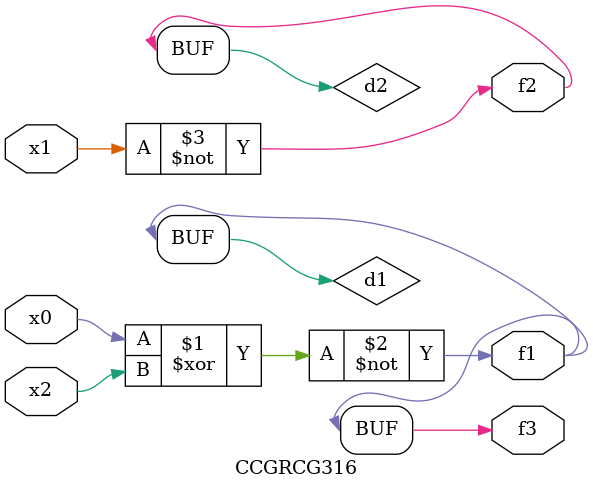
<source format=v>
module CCGRCG316(
	input x0, x1, x2,
	output f1, f2, f3
);

	wire d1, d2, d3;

	xnor (d1, x0, x2);
	nand (d2, x1);
	nor (d3, x1, x2);
	assign f1 = d1;
	assign f2 = d2;
	assign f3 = d1;
endmodule

</source>
